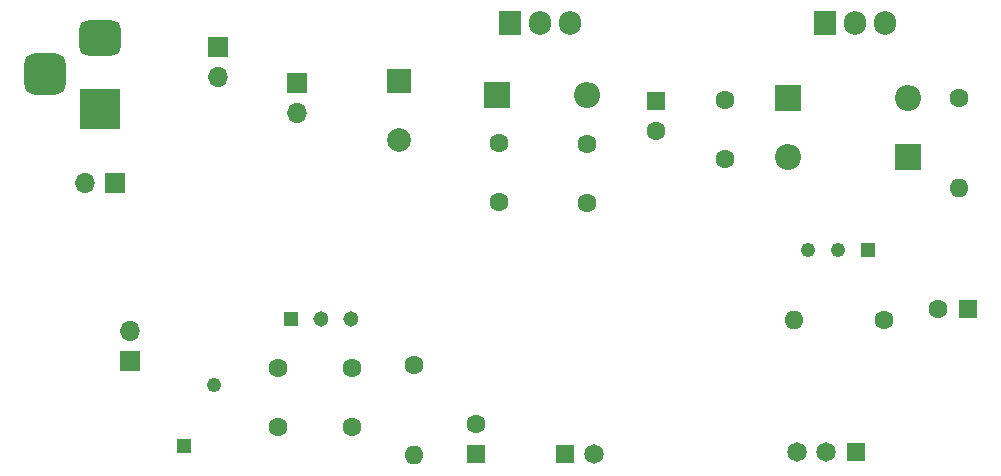
<source format=gts>
G04 #@! TF.GenerationSoftware,KiCad,Pcbnew,8.0.2*
G04 #@! TF.CreationDate,2024-08-09T17:56:16+09:00*
G04 #@! TF.ProjectId,powersupply,706f7765-7273-4757-9070-6c792e6b6963,rev?*
G04 #@! TF.SameCoordinates,Original*
G04 #@! TF.FileFunction,Soldermask,Top*
G04 #@! TF.FilePolarity,Negative*
%FSLAX46Y46*%
G04 Gerber Fmt 4.6, Leading zero omitted, Abs format (unit mm)*
G04 Created by KiCad (PCBNEW 8.0.2) date 2024-08-09 17:56:16*
%MOMM*%
%LPD*%
G01*
G04 APERTURE LIST*
G04 Aperture macros list*
%AMRoundRect*
0 Rectangle with rounded corners*
0 $1 Rounding radius*
0 $2 $3 $4 $5 $6 $7 $8 $9 X,Y pos of 4 corners*
0 Add a 4 corners polygon primitive as box body*
4,1,4,$2,$3,$4,$5,$6,$7,$8,$9,$2,$3,0*
0 Add four circle primitives for the rounded corners*
1,1,$1+$1,$2,$3*
1,1,$1+$1,$4,$5*
1,1,$1+$1,$6,$7*
1,1,$1+$1,$8,$9*
0 Add four rect primitives between the rounded corners*
20,1,$1+$1,$2,$3,$4,$5,0*
20,1,$1+$1,$4,$5,$6,$7,0*
20,1,$1+$1,$6,$7,$8,$9,0*
20,1,$1+$1,$8,$9,$2,$3,0*%
G04 Aperture macros list end*
%ADD10R,1.650000X1.650000*%
%ADD11C,1.650000*%
%ADD12R,1.217000X1.217000*%
%ADD13C,1.217000*%
%ADD14R,1.905000X2.000000*%
%ADD15O,1.905000X2.000000*%
%ADD16R,1.700000X1.700000*%
%ADD17O,1.700000X1.700000*%
%ADD18C,1.600000*%
%ADD19O,1.600000X1.600000*%
%ADD20R,1.305000X1.305000*%
%ADD21C,1.305000*%
%ADD22R,1.600000X1.600000*%
%ADD23R,3.500000X3.500000*%
%ADD24RoundRect,0.750000X-1.000000X0.750000X-1.000000X-0.750000X1.000000X-0.750000X1.000000X0.750000X0*%
%ADD25RoundRect,0.875000X-0.875000X0.875000X-0.875000X-0.875000X0.875000X-0.875000X0.875000X0.875000X0*%
%ADD26R,2.200000X2.200000*%
%ADD27O,2.200000X2.200000*%
%ADD28R,2.000000X2.000000*%
%ADD29C,2.000000*%
G04 APERTURE END LIST*
D10*
X107080000Y-84500000D03*
D11*
X109580000Y-84500000D03*
D12*
X74830000Y-83750000D03*
D13*
X77420000Y-78650000D03*
D14*
X129160000Y-47945000D03*
D15*
X131700000Y-47945000D03*
X134240000Y-47945000D03*
D16*
X77725000Y-49960000D03*
D17*
X77725000Y-52500000D03*
D16*
X70330000Y-76550000D03*
D17*
X70330000Y-74010000D03*
D14*
X102460000Y-47945000D03*
D15*
X105000000Y-47945000D03*
X107540000Y-47945000D03*
D18*
X134110000Y-73100000D03*
D19*
X126490000Y-73100000D03*
D16*
X84400000Y-53060000D03*
D17*
X84400000Y-55600000D03*
D18*
X120700000Y-54500000D03*
X120700000Y-59500000D03*
D10*
X131750000Y-84250000D03*
D11*
X129250000Y-84250000D03*
X126750000Y-84250000D03*
D18*
X109000000Y-58200000D03*
X109000000Y-63200000D03*
X89080000Y-77190000D03*
X89080000Y-82190000D03*
D20*
X83960000Y-73000000D03*
D21*
X86500000Y-73000000D03*
X89040000Y-73000000D03*
D12*
X132800000Y-67200000D03*
D13*
X130260000Y-67200000D03*
X127720000Y-67200000D03*
D22*
X114800000Y-54600000D03*
D18*
X114800000Y-57100000D03*
D23*
X67750000Y-55250000D03*
D24*
X67750000Y-49250000D03*
D25*
X63050000Y-52250000D03*
D18*
X101500000Y-58100000D03*
X101500000Y-63100000D03*
D22*
X141200000Y-72200000D03*
D18*
X138700000Y-72200000D03*
X82830000Y-77190000D03*
X82830000Y-82190000D03*
X94330000Y-76940000D03*
D19*
X94330000Y-84560000D03*
D18*
X140500000Y-54290000D03*
D19*
X140500000Y-61910000D03*
D26*
X101380000Y-54100000D03*
D27*
X109000000Y-54100000D03*
D22*
X99580000Y-84455113D03*
D18*
X99580000Y-81955113D03*
D28*
X93100000Y-52900000D03*
D29*
X93100000Y-57900000D03*
D16*
X69000000Y-61500000D03*
D17*
X66460000Y-61500000D03*
D26*
X126020000Y-54344887D03*
D27*
X136180000Y-54344887D03*
D26*
X136180000Y-59300000D03*
D27*
X126020000Y-59300000D03*
M02*

</source>
